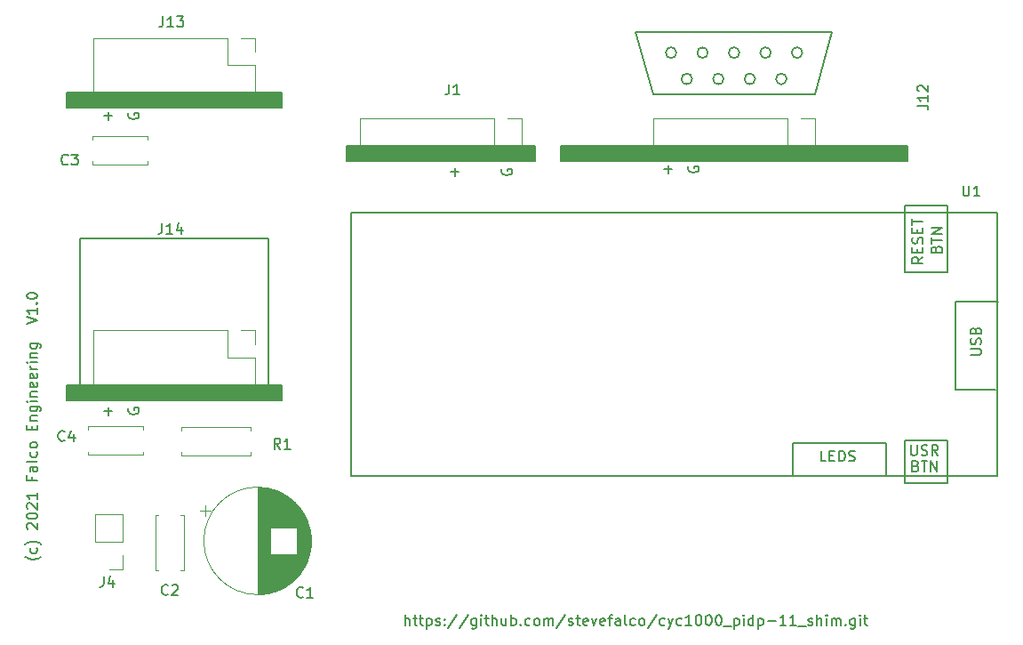
<source format=gto>
G04 #@! TF.GenerationSoftware,KiCad,Pcbnew,5.1.9-1.fc33*
G04 #@! TF.CreationDate,2021-01-30T14:56:45-05:00*
G04 #@! TF.ProjectId,cyc1000_pidp-11_shim,63796331-3030-4305-9f70-6964702d3131,1*
G04 #@! TF.SameCoordinates,Original*
G04 #@! TF.FileFunction,Legend,Top*
G04 #@! TF.FilePolarity,Positive*
%FSLAX46Y46*%
G04 Gerber Fmt 4.6, Leading zero omitted, Abs format (unit mm)*
G04 Created by KiCad (PCBNEW 5.1.9-1.fc33) date 2021-01-30 14:56:45*
%MOMM*%
%LPD*%
G01*
G04 APERTURE LIST*
%ADD10C,0.150000*%
%ADD11C,0.127000*%
%ADD12C,0.100000*%
%ADD13C,0.120000*%
G04 APERTURE END LIST*
D10*
X236997619Y-148662380D02*
X236997619Y-147662380D01*
X237426190Y-148662380D02*
X237426190Y-148138571D01*
X237378571Y-148043333D01*
X237283333Y-147995714D01*
X237140476Y-147995714D01*
X237045238Y-148043333D01*
X236997619Y-148090952D01*
X237759523Y-147995714D02*
X238140476Y-147995714D01*
X237902380Y-147662380D02*
X237902380Y-148519523D01*
X237950000Y-148614761D01*
X238045238Y-148662380D01*
X238140476Y-148662380D01*
X238330952Y-147995714D02*
X238711904Y-147995714D01*
X238473809Y-147662380D02*
X238473809Y-148519523D01*
X238521428Y-148614761D01*
X238616666Y-148662380D01*
X238711904Y-148662380D01*
X239045238Y-147995714D02*
X239045238Y-148995714D01*
X239045238Y-148043333D02*
X239140476Y-147995714D01*
X239330952Y-147995714D01*
X239426190Y-148043333D01*
X239473809Y-148090952D01*
X239521428Y-148186190D01*
X239521428Y-148471904D01*
X239473809Y-148567142D01*
X239426190Y-148614761D01*
X239330952Y-148662380D01*
X239140476Y-148662380D01*
X239045238Y-148614761D01*
X239902380Y-148614761D02*
X239997619Y-148662380D01*
X240188095Y-148662380D01*
X240283333Y-148614761D01*
X240330952Y-148519523D01*
X240330952Y-148471904D01*
X240283333Y-148376666D01*
X240188095Y-148329047D01*
X240045238Y-148329047D01*
X239950000Y-148281428D01*
X239902380Y-148186190D01*
X239902380Y-148138571D01*
X239950000Y-148043333D01*
X240045238Y-147995714D01*
X240188095Y-147995714D01*
X240283333Y-148043333D01*
X240759523Y-148567142D02*
X240807142Y-148614761D01*
X240759523Y-148662380D01*
X240711904Y-148614761D01*
X240759523Y-148567142D01*
X240759523Y-148662380D01*
X240759523Y-148043333D02*
X240807142Y-148090952D01*
X240759523Y-148138571D01*
X240711904Y-148090952D01*
X240759523Y-148043333D01*
X240759523Y-148138571D01*
X241950000Y-147614761D02*
X241092857Y-148900476D01*
X242997619Y-147614761D02*
X242140476Y-148900476D01*
X243759523Y-147995714D02*
X243759523Y-148805238D01*
X243711904Y-148900476D01*
X243664285Y-148948095D01*
X243569047Y-148995714D01*
X243426190Y-148995714D01*
X243330952Y-148948095D01*
X243759523Y-148614761D02*
X243664285Y-148662380D01*
X243473809Y-148662380D01*
X243378571Y-148614761D01*
X243330952Y-148567142D01*
X243283333Y-148471904D01*
X243283333Y-148186190D01*
X243330952Y-148090952D01*
X243378571Y-148043333D01*
X243473809Y-147995714D01*
X243664285Y-147995714D01*
X243759523Y-148043333D01*
X244235714Y-148662380D02*
X244235714Y-147995714D01*
X244235714Y-147662380D02*
X244188095Y-147710000D01*
X244235714Y-147757619D01*
X244283333Y-147710000D01*
X244235714Y-147662380D01*
X244235714Y-147757619D01*
X244569047Y-147995714D02*
X244950000Y-147995714D01*
X244711904Y-147662380D02*
X244711904Y-148519523D01*
X244759523Y-148614761D01*
X244854761Y-148662380D01*
X244950000Y-148662380D01*
X245283333Y-148662380D02*
X245283333Y-147662380D01*
X245711904Y-148662380D02*
X245711904Y-148138571D01*
X245664285Y-148043333D01*
X245569047Y-147995714D01*
X245426190Y-147995714D01*
X245330952Y-148043333D01*
X245283333Y-148090952D01*
X246616666Y-147995714D02*
X246616666Y-148662380D01*
X246188095Y-147995714D02*
X246188095Y-148519523D01*
X246235714Y-148614761D01*
X246330952Y-148662380D01*
X246473809Y-148662380D01*
X246569047Y-148614761D01*
X246616666Y-148567142D01*
X247092857Y-148662380D02*
X247092857Y-147662380D01*
X247092857Y-148043333D02*
X247188095Y-147995714D01*
X247378571Y-147995714D01*
X247473809Y-148043333D01*
X247521428Y-148090952D01*
X247569047Y-148186190D01*
X247569047Y-148471904D01*
X247521428Y-148567142D01*
X247473809Y-148614761D01*
X247378571Y-148662380D01*
X247188095Y-148662380D01*
X247092857Y-148614761D01*
X247997619Y-148567142D02*
X248045238Y-148614761D01*
X247997619Y-148662380D01*
X247950000Y-148614761D01*
X247997619Y-148567142D01*
X247997619Y-148662380D01*
X248902380Y-148614761D02*
X248807142Y-148662380D01*
X248616666Y-148662380D01*
X248521428Y-148614761D01*
X248473809Y-148567142D01*
X248426190Y-148471904D01*
X248426190Y-148186190D01*
X248473809Y-148090952D01*
X248521428Y-148043333D01*
X248616666Y-147995714D01*
X248807142Y-147995714D01*
X248902380Y-148043333D01*
X249473809Y-148662380D02*
X249378571Y-148614761D01*
X249330952Y-148567142D01*
X249283333Y-148471904D01*
X249283333Y-148186190D01*
X249330952Y-148090952D01*
X249378571Y-148043333D01*
X249473809Y-147995714D01*
X249616666Y-147995714D01*
X249711904Y-148043333D01*
X249759523Y-148090952D01*
X249807142Y-148186190D01*
X249807142Y-148471904D01*
X249759523Y-148567142D01*
X249711904Y-148614761D01*
X249616666Y-148662380D01*
X249473809Y-148662380D01*
X250235714Y-148662380D02*
X250235714Y-147995714D01*
X250235714Y-148090952D02*
X250283333Y-148043333D01*
X250378571Y-147995714D01*
X250521428Y-147995714D01*
X250616666Y-148043333D01*
X250664285Y-148138571D01*
X250664285Y-148662380D01*
X250664285Y-148138571D02*
X250711904Y-148043333D01*
X250807142Y-147995714D01*
X250950000Y-147995714D01*
X251045238Y-148043333D01*
X251092857Y-148138571D01*
X251092857Y-148662380D01*
X252283333Y-147614761D02*
X251426190Y-148900476D01*
X252569047Y-148614761D02*
X252664285Y-148662380D01*
X252854761Y-148662380D01*
X252950000Y-148614761D01*
X252997619Y-148519523D01*
X252997619Y-148471904D01*
X252950000Y-148376666D01*
X252854761Y-148329047D01*
X252711904Y-148329047D01*
X252616666Y-148281428D01*
X252569047Y-148186190D01*
X252569047Y-148138571D01*
X252616666Y-148043333D01*
X252711904Y-147995714D01*
X252854761Y-147995714D01*
X252950000Y-148043333D01*
X253283333Y-147995714D02*
X253664285Y-147995714D01*
X253426190Y-147662380D02*
X253426190Y-148519523D01*
X253473809Y-148614761D01*
X253569047Y-148662380D01*
X253664285Y-148662380D01*
X254378571Y-148614761D02*
X254283333Y-148662380D01*
X254092857Y-148662380D01*
X253997619Y-148614761D01*
X253950000Y-148519523D01*
X253950000Y-148138571D01*
X253997619Y-148043333D01*
X254092857Y-147995714D01*
X254283333Y-147995714D01*
X254378571Y-148043333D01*
X254426190Y-148138571D01*
X254426190Y-148233809D01*
X253950000Y-148329047D01*
X254759523Y-147995714D02*
X254997619Y-148662380D01*
X255235714Y-147995714D01*
X255997619Y-148614761D02*
X255902380Y-148662380D01*
X255711904Y-148662380D01*
X255616666Y-148614761D01*
X255569047Y-148519523D01*
X255569047Y-148138571D01*
X255616666Y-148043333D01*
X255711904Y-147995714D01*
X255902380Y-147995714D01*
X255997619Y-148043333D01*
X256045238Y-148138571D01*
X256045238Y-148233809D01*
X255569047Y-148329047D01*
X256330952Y-147995714D02*
X256711904Y-147995714D01*
X256473809Y-148662380D02*
X256473809Y-147805238D01*
X256521428Y-147710000D01*
X256616666Y-147662380D01*
X256711904Y-147662380D01*
X257473809Y-148662380D02*
X257473809Y-148138571D01*
X257426190Y-148043333D01*
X257330952Y-147995714D01*
X257140476Y-147995714D01*
X257045238Y-148043333D01*
X257473809Y-148614761D02*
X257378571Y-148662380D01*
X257140476Y-148662380D01*
X257045238Y-148614761D01*
X256997619Y-148519523D01*
X256997619Y-148424285D01*
X257045238Y-148329047D01*
X257140476Y-148281428D01*
X257378571Y-148281428D01*
X257473809Y-148233809D01*
X258092857Y-148662380D02*
X257997619Y-148614761D01*
X257950000Y-148519523D01*
X257950000Y-147662380D01*
X258902380Y-148614761D02*
X258807142Y-148662380D01*
X258616666Y-148662380D01*
X258521428Y-148614761D01*
X258473809Y-148567142D01*
X258426190Y-148471904D01*
X258426190Y-148186190D01*
X258473809Y-148090952D01*
X258521428Y-148043333D01*
X258616666Y-147995714D01*
X258807142Y-147995714D01*
X258902380Y-148043333D01*
X259473809Y-148662380D02*
X259378571Y-148614761D01*
X259330952Y-148567142D01*
X259283333Y-148471904D01*
X259283333Y-148186190D01*
X259330952Y-148090952D01*
X259378571Y-148043333D01*
X259473809Y-147995714D01*
X259616666Y-147995714D01*
X259711904Y-148043333D01*
X259759523Y-148090952D01*
X259807142Y-148186190D01*
X259807142Y-148471904D01*
X259759523Y-148567142D01*
X259711904Y-148614761D01*
X259616666Y-148662380D01*
X259473809Y-148662380D01*
X260950000Y-147614761D02*
X260092857Y-148900476D01*
X261711904Y-148614761D02*
X261616666Y-148662380D01*
X261426190Y-148662380D01*
X261330952Y-148614761D01*
X261283333Y-148567142D01*
X261235714Y-148471904D01*
X261235714Y-148186190D01*
X261283333Y-148090952D01*
X261330952Y-148043333D01*
X261426190Y-147995714D01*
X261616666Y-147995714D01*
X261711904Y-148043333D01*
X262045238Y-147995714D02*
X262283333Y-148662380D01*
X262521428Y-147995714D02*
X262283333Y-148662380D01*
X262188095Y-148900476D01*
X262140476Y-148948095D01*
X262045238Y-148995714D01*
X263330952Y-148614761D02*
X263235714Y-148662380D01*
X263045238Y-148662380D01*
X262950000Y-148614761D01*
X262902380Y-148567142D01*
X262854761Y-148471904D01*
X262854761Y-148186190D01*
X262902380Y-148090952D01*
X262950000Y-148043333D01*
X263045238Y-147995714D01*
X263235714Y-147995714D01*
X263330952Y-148043333D01*
X264283333Y-148662380D02*
X263711904Y-148662380D01*
X263997619Y-148662380D02*
X263997619Y-147662380D01*
X263902380Y-147805238D01*
X263807142Y-147900476D01*
X263711904Y-147948095D01*
X264902380Y-147662380D02*
X264997619Y-147662380D01*
X265092857Y-147710000D01*
X265140476Y-147757619D01*
X265188095Y-147852857D01*
X265235714Y-148043333D01*
X265235714Y-148281428D01*
X265188095Y-148471904D01*
X265140476Y-148567142D01*
X265092857Y-148614761D01*
X264997619Y-148662380D01*
X264902380Y-148662380D01*
X264807142Y-148614761D01*
X264759523Y-148567142D01*
X264711904Y-148471904D01*
X264664285Y-148281428D01*
X264664285Y-148043333D01*
X264711904Y-147852857D01*
X264759523Y-147757619D01*
X264807142Y-147710000D01*
X264902380Y-147662380D01*
X265854761Y-147662380D02*
X265950000Y-147662380D01*
X266045238Y-147710000D01*
X266092857Y-147757619D01*
X266140476Y-147852857D01*
X266188095Y-148043333D01*
X266188095Y-148281428D01*
X266140476Y-148471904D01*
X266092857Y-148567142D01*
X266045238Y-148614761D01*
X265950000Y-148662380D01*
X265854761Y-148662380D01*
X265759523Y-148614761D01*
X265711904Y-148567142D01*
X265664285Y-148471904D01*
X265616666Y-148281428D01*
X265616666Y-148043333D01*
X265664285Y-147852857D01*
X265711904Y-147757619D01*
X265759523Y-147710000D01*
X265854761Y-147662380D01*
X266807142Y-147662380D02*
X266902380Y-147662380D01*
X266997619Y-147710000D01*
X267045238Y-147757619D01*
X267092857Y-147852857D01*
X267140476Y-148043333D01*
X267140476Y-148281428D01*
X267092857Y-148471904D01*
X267045238Y-148567142D01*
X266997619Y-148614761D01*
X266902380Y-148662380D01*
X266807142Y-148662380D01*
X266711904Y-148614761D01*
X266664285Y-148567142D01*
X266616666Y-148471904D01*
X266569047Y-148281428D01*
X266569047Y-148043333D01*
X266616666Y-147852857D01*
X266664285Y-147757619D01*
X266711904Y-147710000D01*
X266807142Y-147662380D01*
X267330952Y-148757619D02*
X268092857Y-148757619D01*
X268330952Y-147995714D02*
X268330952Y-148995714D01*
X268330952Y-148043333D02*
X268426190Y-147995714D01*
X268616666Y-147995714D01*
X268711904Y-148043333D01*
X268759523Y-148090952D01*
X268807142Y-148186190D01*
X268807142Y-148471904D01*
X268759523Y-148567142D01*
X268711904Y-148614761D01*
X268616666Y-148662380D01*
X268426190Y-148662380D01*
X268330952Y-148614761D01*
X269235714Y-148662380D02*
X269235714Y-147995714D01*
X269235714Y-147662380D02*
X269188095Y-147710000D01*
X269235714Y-147757619D01*
X269283333Y-147710000D01*
X269235714Y-147662380D01*
X269235714Y-147757619D01*
X270140476Y-148662380D02*
X270140476Y-147662380D01*
X270140476Y-148614761D02*
X270045238Y-148662380D01*
X269854761Y-148662380D01*
X269759523Y-148614761D01*
X269711904Y-148567142D01*
X269664285Y-148471904D01*
X269664285Y-148186190D01*
X269711904Y-148090952D01*
X269759523Y-148043333D01*
X269854761Y-147995714D01*
X270045238Y-147995714D01*
X270140476Y-148043333D01*
X270616666Y-147995714D02*
X270616666Y-148995714D01*
X270616666Y-148043333D02*
X270711904Y-147995714D01*
X270902380Y-147995714D01*
X270997619Y-148043333D01*
X271045238Y-148090952D01*
X271092857Y-148186190D01*
X271092857Y-148471904D01*
X271045238Y-148567142D01*
X270997619Y-148614761D01*
X270902380Y-148662380D01*
X270711904Y-148662380D01*
X270616666Y-148614761D01*
X271521428Y-148281428D02*
X272283333Y-148281428D01*
X273283333Y-148662380D02*
X272711904Y-148662380D01*
X272997619Y-148662380D02*
X272997619Y-147662380D01*
X272902380Y-147805238D01*
X272807142Y-147900476D01*
X272711904Y-147948095D01*
X274235714Y-148662380D02*
X273664285Y-148662380D01*
X273950000Y-148662380D02*
X273950000Y-147662380D01*
X273854761Y-147805238D01*
X273759523Y-147900476D01*
X273664285Y-147948095D01*
X274426190Y-148757619D02*
X275188095Y-148757619D01*
X275378571Y-148614761D02*
X275473809Y-148662380D01*
X275664285Y-148662380D01*
X275759523Y-148614761D01*
X275807142Y-148519523D01*
X275807142Y-148471904D01*
X275759523Y-148376666D01*
X275664285Y-148329047D01*
X275521428Y-148329047D01*
X275426190Y-148281428D01*
X275378571Y-148186190D01*
X275378571Y-148138571D01*
X275426190Y-148043333D01*
X275521428Y-147995714D01*
X275664285Y-147995714D01*
X275759523Y-148043333D01*
X276235714Y-148662380D02*
X276235714Y-147662380D01*
X276664285Y-148662380D02*
X276664285Y-148138571D01*
X276616666Y-148043333D01*
X276521428Y-147995714D01*
X276378571Y-147995714D01*
X276283333Y-148043333D01*
X276235714Y-148090952D01*
X277140476Y-148662380D02*
X277140476Y-147995714D01*
X277140476Y-147662380D02*
X277092857Y-147710000D01*
X277140476Y-147757619D01*
X277188095Y-147710000D01*
X277140476Y-147662380D01*
X277140476Y-147757619D01*
X277616666Y-148662380D02*
X277616666Y-147995714D01*
X277616666Y-148090952D02*
X277664285Y-148043333D01*
X277759523Y-147995714D01*
X277902380Y-147995714D01*
X277997619Y-148043333D01*
X278045238Y-148138571D01*
X278045238Y-148662380D01*
X278045238Y-148138571D02*
X278092857Y-148043333D01*
X278188095Y-147995714D01*
X278330952Y-147995714D01*
X278426190Y-148043333D01*
X278473809Y-148138571D01*
X278473809Y-148662380D01*
X278950000Y-148567142D02*
X278997619Y-148614761D01*
X278950000Y-148662380D01*
X278902380Y-148614761D01*
X278950000Y-148567142D01*
X278950000Y-148662380D01*
X279854761Y-147995714D02*
X279854761Y-148805238D01*
X279807142Y-148900476D01*
X279759523Y-148948095D01*
X279664285Y-148995714D01*
X279521428Y-148995714D01*
X279426190Y-148948095D01*
X279854761Y-148614761D02*
X279759523Y-148662380D01*
X279569047Y-148662380D01*
X279473809Y-148614761D01*
X279426190Y-148567142D01*
X279378571Y-148471904D01*
X279378571Y-148186190D01*
X279426190Y-148090952D01*
X279473809Y-148043333D01*
X279569047Y-147995714D01*
X279759523Y-147995714D01*
X279854761Y-148043333D01*
X280330952Y-148662380D02*
X280330952Y-147995714D01*
X280330952Y-147662380D02*
X280283333Y-147710000D01*
X280330952Y-147757619D01*
X280378571Y-147710000D01*
X280330952Y-147662380D01*
X280330952Y-147757619D01*
X280664285Y-147995714D02*
X281045238Y-147995714D01*
X280807142Y-147662380D02*
X280807142Y-148519523D01*
X280854761Y-148614761D01*
X280950000Y-148662380D01*
X281045238Y-148662380D01*
X202323333Y-142110952D02*
X202275714Y-142158571D01*
X202132857Y-142253809D01*
X202037619Y-142301428D01*
X201894761Y-142349047D01*
X201656666Y-142396666D01*
X201466190Y-142396666D01*
X201228095Y-142349047D01*
X201085238Y-142301428D01*
X200990000Y-142253809D01*
X200847142Y-142158571D01*
X200799523Y-142110952D01*
X201894761Y-141301428D02*
X201942380Y-141396666D01*
X201942380Y-141587142D01*
X201894761Y-141682380D01*
X201847142Y-141730000D01*
X201751904Y-141777619D01*
X201466190Y-141777619D01*
X201370952Y-141730000D01*
X201323333Y-141682380D01*
X201275714Y-141587142D01*
X201275714Y-141396666D01*
X201323333Y-141301428D01*
X202323333Y-140968095D02*
X202275714Y-140920476D01*
X202132857Y-140825238D01*
X202037619Y-140777619D01*
X201894761Y-140730000D01*
X201656666Y-140682380D01*
X201466190Y-140682380D01*
X201228095Y-140730000D01*
X201085238Y-140777619D01*
X200990000Y-140825238D01*
X200847142Y-140920476D01*
X200799523Y-140968095D01*
X201037619Y-139491904D02*
X200990000Y-139444285D01*
X200942380Y-139349047D01*
X200942380Y-139110952D01*
X200990000Y-139015714D01*
X201037619Y-138968095D01*
X201132857Y-138920476D01*
X201228095Y-138920476D01*
X201370952Y-138968095D01*
X201942380Y-139539523D01*
X201942380Y-138920476D01*
X200942380Y-138301428D02*
X200942380Y-138206190D01*
X200990000Y-138110952D01*
X201037619Y-138063333D01*
X201132857Y-138015714D01*
X201323333Y-137968095D01*
X201561428Y-137968095D01*
X201751904Y-138015714D01*
X201847142Y-138063333D01*
X201894761Y-138110952D01*
X201942380Y-138206190D01*
X201942380Y-138301428D01*
X201894761Y-138396666D01*
X201847142Y-138444285D01*
X201751904Y-138491904D01*
X201561428Y-138539523D01*
X201323333Y-138539523D01*
X201132857Y-138491904D01*
X201037619Y-138444285D01*
X200990000Y-138396666D01*
X200942380Y-138301428D01*
X201037619Y-137587142D02*
X200990000Y-137539523D01*
X200942380Y-137444285D01*
X200942380Y-137206190D01*
X200990000Y-137110952D01*
X201037619Y-137063333D01*
X201132857Y-137015714D01*
X201228095Y-137015714D01*
X201370952Y-137063333D01*
X201942380Y-137634761D01*
X201942380Y-137015714D01*
X201942380Y-136063333D02*
X201942380Y-136634761D01*
X201942380Y-136349047D02*
X200942380Y-136349047D01*
X201085238Y-136444285D01*
X201180476Y-136539523D01*
X201228095Y-136634761D01*
X201418571Y-134539523D02*
X201418571Y-134872857D01*
X201942380Y-134872857D02*
X200942380Y-134872857D01*
X200942380Y-134396666D01*
X201942380Y-133587142D02*
X201418571Y-133587142D01*
X201323333Y-133634761D01*
X201275714Y-133730000D01*
X201275714Y-133920476D01*
X201323333Y-134015714D01*
X201894761Y-133587142D02*
X201942380Y-133682380D01*
X201942380Y-133920476D01*
X201894761Y-134015714D01*
X201799523Y-134063333D01*
X201704285Y-134063333D01*
X201609047Y-134015714D01*
X201561428Y-133920476D01*
X201561428Y-133682380D01*
X201513809Y-133587142D01*
X201942380Y-132968095D02*
X201894761Y-133063333D01*
X201799523Y-133110952D01*
X200942380Y-133110952D01*
X201894761Y-132158571D02*
X201942380Y-132253809D01*
X201942380Y-132444285D01*
X201894761Y-132539523D01*
X201847142Y-132587142D01*
X201751904Y-132634761D01*
X201466190Y-132634761D01*
X201370952Y-132587142D01*
X201323333Y-132539523D01*
X201275714Y-132444285D01*
X201275714Y-132253809D01*
X201323333Y-132158571D01*
X201942380Y-131587142D02*
X201894761Y-131682380D01*
X201847142Y-131730000D01*
X201751904Y-131777619D01*
X201466190Y-131777619D01*
X201370952Y-131730000D01*
X201323333Y-131682380D01*
X201275714Y-131587142D01*
X201275714Y-131444285D01*
X201323333Y-131349047D01*
X201370952Y-131301428D01*
X201466190Y-131253809D01*
X201751904Y-131253809D01*
X201847142Y-131301428D01*
X201894761Y-131349047D01*
X201942380Y-131444285D01*
X201942380Y-131587142D01*
X201418571Y-130063333D02*
X201418571Y-129730000D01*
X201942380Y-129587142D02*
X201942380Y-130063333D01*
X200942380Y-130063333D01*
X200942380Y-129587142D01*
X201275714Y-129158571D02*
X201942380Y-129158571D01*
X201370952Y-129158571D02*
X201323333Y-129110952D01*
X201275714Y-129015714D01*
X201275714Y-128872857D01*
X201323333Y-128777619D01*
X201418571Y-128730000D01*
X201942380Y-128730000D01*
X201275714Y-127825238D02*
X202085238Y-127825238D01*
X202180476Y-127872857D01*
X202228095Y-127920476D01*
X202275714Y-128015714D01*
X202275714Y-128158571D01*
X202228095Y-128253809D01*
X201894761Y-127825238D02*
X201942380Y-127920476D01*
X201942380Y-128110952D01*
X201894761Y-128206190D01*
X201847142Y-128253809D01*
X201751904Y-128301428D01*
X201466190Y-128301428D01*
X201370952Y-128253809D01*
X201323333Y-128206190D01*
X201275714Y-128110952D01*
X201275714Y-127920476D01*
X201323333Y-127825238D01*
X201942380Y-127349047D02*
X201275714Y-127349047D01*
X200942380Y-127349047D02*
X200990000Y-127396666D01*
X201037619Y-127349047D01*
X200990000Y-127301428D01*
X200942380Y-127349047D01*
X201037619Y-127349047D01*
X201275714Y-126872857D02*
X201942380Y-126872857D01*
X201370952Y-126872857D02*
X201323333Y-126825238D01*
X201275714Y-126730000D01*
X201275714Y-126587142D01*
X201323333Y-126491904D01*
X201418571Y-126444285D01*
X201942380Y-126444285D01*
X201894761Y-125587142D02*
X201942380Y-125682380D01*
X201942380Y-125872857D01*
X201894761Y-125968095D01*
X201799523Y-126015714D01*
X201418571Y-126015714D01*
X201323333Y-125968095D01*
X201275714Y-125872857D01*
X201275714Y-125682380D01*
X201323333Y-125587142D01*
X201418571Y-125539523D01*
X201513809Y-125539523D01*
X201609047Y-126015714D01*
X201894761Y-124730000D02*
X201942380Y-124825238D01*
X201942380Y-125015714D01*
X201894761Y-125110952D01*
X201799523Y-125158571D01*
X201418571Y-125158571D01*
X201323333Y-125110952D01*
X201275714Y-125015714D01*
X201275714Y-124825238D01*
X201323333Y-124730000D01*
X201418571Y-124682380D01*
X201513809Y-124682380D01*
X201609047Y-125158571D01*
X201942380Y-124253809D02*
X201275714Y-124253809D01*
X201466190Y-124253809D02*
X201370952Y-124206190D01*
X201323333Y-124158571D01*
X201275714Y-124063333D01*
X201275714Y-123968095D01*
X201942380Y-123634761D02*
X201275714Y-123634761D01*
X200942380Y-123634761D02*
X200990000Y-123682380D01*
X201037619Y-123634761D01*
X200990000Y-123587142D01*
X200942380Y-123634761D01*
X201037619Y-123634761D01*
X201275714Y-123158571D02*
X201942380Y-123158571D01*
X201370952Y-123158571D02*
X201323333Y-123110952D01*
X201275714Y-123015714D01*
X201275714Y-122872857D01*
X201323333Y-122777619D01*
X201418571Y-122730000D01*
X201942380Y-122730000D01*
X201275714Y-121825238D02*
X202085238Y-121825238D01*
X202180476Y-121872857D01*
X202228095Y-121920476D01*
X202275714Y-122015714D01*
X202275714Y-122158571D01*
X202228095Y-122253809D01*
X201894761Y-121825238D02*
X201942380Y-121920476D01*
X201942380Y-122110952D01*
X201894761Y-122206190D01*
X201847142Y-122253809D01*
X201751904Y-122301428D01*
X201466190Y-122301428D01*
X201370952Y-122253809D01*
X201323333Y-122206190D01*
X201275714Y-122110952D01*
X201275714Y-121920476D01*
X201323333Y-121825238D01*
X200942380Y-119968095D02*
X201942380Y-119634761D01*
X200942380Y-119301428D01*
X201942380Y-118444285D02*
X201942380Y-119015714D01*
X201942380Y-118730000D02*
X200942380Y-118730000D01*
X201085238Y-118825238D01*
X201180476Y-118920476D01*
X201228095Y-119015714D01*
X201847142Y-118015714D02*
X201894761Y-117968095D01*
X201942380Y-118015714D01*
X201894761Y-118063333D01*
X201847142Y-118015714D01*
X201942380Y-118015714D01*
X200942380Y-117349047D02*
X200942380Y-117253809D01*
X200990000Y-117158571D01*
X201037619Y-117110952D01*
X201132857Y-117063333D01*
X201323333Y-117015714D01*
X201561428Y-117015714D01*
X201751904Y-117063333D01*
X201847142Y-117110952D01*
X201894761Y-117158571D01*
X201942380Y-117253809D01*
X201942380Y-117349047D01*
X201894761Y-117444285D01*
X201847142Y-117491904D01*
X201751904Y-117539523D01*
X201561428Y-117587142D01*
X201323333Y-117587142D01*
X201132857Y-117539523D01*
X201037619Y-117491904D01*
X200990000Y-117444285D01*
X200942380Y-117349047D01*
D11*
X231876966Y-109419094D02*
X293370366Y-109419094D01*
X231876966Y-134419552D02*
X231876966Y-109419094D01*
X293370366Y-134419552D02*
X231876966Y-134419552D01*
X293370366Y-109419094D02*
X293370366Y-134432252D01*
X293446566Y-117851894D02*
X289382566Y-117851894D01*
X289382566Y-117851894D02*
X289382566Y-126233894D01*
X289382566Y-126233894D02*
X293192566Y-126233894D01*
X284556566Y-135123894D02*
X288620566Y-135123894D01*
X288620566Y-135123894D02*
X288620566Y-131059894D01*
X288620566Y-131059894D02*
X284556566Y-131059894D01*
X284556566Y-131059894D02*
X284556566Y-135123894D01*
X288620566Y-108707894D02*
X284556566Y-108707894D01*
X284556566Y-108707894D02*
X284556566Y-115057894D01*
X284556566Y-115057894D02*
X288620566Y-115057894D01*
X288620566Y-115057894D02*
X288620566Y-108707894D01*
X282778566Y-134361894D02*
X282778566Y-131313894D01*
X282778566Y-131313894D02*
X273888566Y-131313894D01*
X273888566Y-131313894D02*
X273888566Y-134361894D01*
D12*
G36*
X251830000Y-104482500D02*
G01*
X251830000Y-103030000D01*
X284830000Y-103030000D01*
X284830000Y-104482500D01*
X251830000Y-104482500D01*
G37*
X251830000Y-104482500D02*
X251830000Y-103030000D01*
X284830000Y-103030000D01*
X284830000Y-104482500D01*
X251830000Y-104482500D01*
D11*
X264338000Y-96660000D02*
G75*
G03*
X264338000Y-96660000I-508000J0D01*
G01*
X267338000Y-96660000D02*
G75*
G03*
X267338000Y-96660000I-508000J0D01*
G01*
X270338000Y-96660000D02*
G75*
G03*
X270338000Y-96660000I-508000J0D01*
G01*
X273338000Y-96660000D02*
G75*
G03*
X273338000Y-96660000I-508000J0D01*
G01*
X262838000Y-94160000D02*
G75*
G03*
X262838000Y-94160000I-508000J0D01*
G01*
X265838000Y-94160000D02*
G75*
G03*
X265838000Y-94160000I-508000J0D01*
G01*
X268838000Y-94160000D02*
G75*
G03*
X268838000Y-94160000I-508000J0D01*
G01*
X271838000Y-94160000D02*
G75*
G03*
X271838000Y-94160000I-508000J0D01*
G01*
X274838000Y-94160000D02*
G75*
G03*
X274838000Y-94160000I-508000J0D01*
G01*
X277680000Y-92160000D02*
X276010000Y-98160000D01*
X258980000Y-92160000D02*
X260650000Y-98160000D01*
X276010000Y-98160000D02*
X260650000Y-98160000D01*
X277680000Y-92160000D02*
X258980000Y-92160000D01*
X251830000Y-103030000D02*
X251830000Y-104482500D01*
X284830000Y-103030000D02*
X284830000Y-104482500D01*
X284830000Y-103030000D02*
X251830000Y-103030000D01*
X284830000Y-104482500D02*
X251830000Y-104482500D01*
D13*
X260650000Y-100370000D02*
X260650000Y-103030000D01*
X273410000Y-100370000D02*
X260650000Y-100370000D01*
X276010000Y-103030000D02*
X260650000Y-103030000D01*
X273410000Y-100370000D02*
X273410000Y-102970000D01*
X273410000Y-102970000D02*
X276010000Y-102970000D01*
X276010000Y-100430000D02*
X276010000Y-103030000D01*
X274680000Y-100370000D02*
X276010000Y-100370000D01*
X276010000Y-100370000D02*
X276010000Y-101700000D01*
X222670000Y-120590000D02*
X222670000Y-121920000D01*
X221340000Y-120590000D02*
X222670000Y-120590000D01*
X222670000Y-123190000D02*
X222670000Y-125790000D01*
X220070000Y-123190000D02*
X222670000Y-123190000D01*
X220070000Y-120590000D02*
X220070000Y-123190000D01*
X222670000Y-125790000D02*
X207310000Y-125790000D01*
X220070000Y-120590000D02*
X207310000Y-120590000D01*
X207310000Y-120590000D02*
X207310000Y-125790000D01*
D11*
X225240000Y-127242500D02*
X204740000Y-127242500D01*
X225240000Y-125790000D02*
X204740000Y-125790000D01*
X225240000Y-125790000D02*
X225240000Y-127242500D01*
X204740000Y-125790000D02*
X204740000Y-127242500D01*
D12*
G36*
X204740000Y-127242500D02*
G01*
X204740000Y-125790000D01*
X225240000Y-125790000D01*
X225240000Y-127242500D01*
X204740000Y-127242500D01*
G37*
X204740000Y-127242500D02*
X204740000Y-125790000D01*
X225240000Y-125790000D01*
X225240000Y-127242500D01*
X204740000Y-127242500D01*
D11*
X223990000Y-111842500D02*
X205990000Y-111842500D01*
X223990000Y-111842500D02*
X223990000Y-125692500D01*
X205990000Y-111842500D02*
X205990000Y-125692500D01*
D13*
X228060000Y-140620000D02*
G75*
G03*
X228060000Y-140620000I-5120000J0D01*
G01*
X222940000Y-135540000D02*
X222940000Y-145700000D01*
X222980000Y-135540000D02*
X222980000Y-145700000D01*
X223020000Y-135540000D02*
X223020000Y-145700000D01*
X223060000Y-135541000D02*
X223060000Y-145699000D01*
X223100000Y-135542000D02*
X223100000Y-145698000D01*
X223140000Y-135543000D02*
X223140000Y-145697000D01*
X223180000Y-135545000D02*
X223180000Y-145695000D01*
X223220000Y-135547000D02*
X223220000Y-145693000D01*
X223260000Y-135550000D02*
X223260000Y-145690000D01*
X223300000Y-135552000D02*
X223300000Y-145688000D01*
X223340000Y-135555000D02*
X223340000Y-145685000D01*
X223380000Y-135558000D02*
X223380000Y-145682000D01*
X223420000Y-135562000D02*
X223420000Y-145678000D01*
X223460000Y-135566000D02*
X223460000Y-145674000D01*
X223500000Y-135570000D02*
X223500000Y-145670000D01*
X223540000Y-135575000D02*
X223540000Y-145665000D01*
X223580000Y-135580000D02*
X223580000Y-145660000D01*
X223620000Y-135585000D02*
X223620000Y-145655000D01*
X223661000Y-135590000D02*
X223661000Y-145650000D01*
X223701000Y-135596000D02*
X223701000Y-145644000D01*
X223741000Y-135602000D02*
X223741000Y-145638000D01*
X223781000Y-135609000D02*
X223781000Y-145631000D01*
X223821000Y-135616000D02*
X223821000Y-145624000D01*
X223861000Y-135623000D02*
X223861000Y-145617000D01*
X223901000Y-135630000D02*
X223901000Y-145610000D01*
X223941000Y-135638000D02*
X223941000Y-145602000D01*
X223981000Y-135646000D02*
X223981000Y-145594000D01*
X224021000Y-135655000D02*
X224021000Y-145585000D01*
X224061000Y-135664000D02*
X224061000Y-145576000D01*
X224101000Y-135673000D02*
X224101000Y-145567000D01*
X224141000Y-135682000D02*
X224141000Y-145558000D01*
X224181000Y-135692000D02*
X224181000Y-145548000D01*
X224221000Y-135702000D02*
X224221000Y-139379000D01*
X224221000Y-141861000D02*
X224221000Y-145538000D01*
X224261000Y-135713000D02*
X224261000Y-139379000D01*
X224261000Y-141861000D02*
X224261000Y-145527000D01*
X224301000Y-135723000D02*
X224301000Y-139379000D01*
X224301000Y-141861000D02*
X224301000Y-145517000D01*
X224341000Y-135735000D02*
X224341000Y-139379000D01*
X224341000Y-141861000D02*
X224341000Y-145505000D01*
X224381000Y-135746000D02*
X224381000Y-139379000D01*
X224381000Y-141861000D02*
X224381000Y-145494000D01*
X224421000Y-135758000D02*
X224421000Y-139379000D01*
X224421000Y-141861000D02*
X224421000Y-145482000D01*
X224461000Y-135770000D02*
X224461000Y-139379000D01*
X224461000Y-141861000D02*
X224461000Y-145470000D01*
X224501000Y-135783000D02*
X224501000Y-139379000D01*
X224501000Y-141861000D02*
X224501000Y-145457000D01*
X224541000Y-135796000D02*
X224541000Y-139379000D01*
X224541000Y-141861000D02*
X224541000Y-145444000D01*
X224581000Y-135809000D02*
X224581000Y-139379000D01*
X224581000Y-141861000D02*
X224581000Y-145431000D01*
X224621000Y-135823000D02*
X224621000Y-139379000D01*
X224621000Y-141861000D02*
X224621000Y-145417000D01*
X224661000Y-135837000D02*
X224661000Y-139379000D01*
X224661000Y-141861000D02*
X224661000Y-145403000D01*
X224701000Y-135852000D02*
X224701000Y-139379000D01*
X224701000Y-141861000D02*
X224701000Y-145388000D01*
X224741000Y-135866000D02*
X224741000Y-139379000D01*
X224741000Y-141861000D02*
X224741000Y-145374000D01*
X224781000Y-135882000D02*
X224781000Y-139379000D01*
X224781000Y-141861000D02*
X224781000Y-145358000D01*
X224821000Y-135897000D02*
X224821000Y-139379000D01*
X224821000Y-141861000D02*
X224821000Y-145343000D01*
X224861000Y-135913000D02*
X224861000Y-139379000D01*
X224861000Y-141861000D02*
X224861000Y-145327000D01*
X224901000Y-135930000D02*
X224901000Y-139379000D01*
X224901000Y-141861000D02*
X224901000Y-145310000D01*
X224941000Y-135946000D02*
X224941000Y-139379000D01*
X224941000Y-141861000D02*
X224941000Y-145294000D01*
X224981000Y-135963000D02*
X224981000Y-139379000D01*
X224981000Y-141861000D02*
X224981000Y-145277000D01*
X225021000Y-135981000D02*
X225021000Y-139379000D01*
X225021000Y-141861000D02*
X225021000Y-145259000D01*
X225061000Y-135999000D02*
X225061000Y-139379000D01*
X225061000Y-141861000D02*
X225061000Y-145241000D01*
X225101000Y-136017000D02*
X225101000Y-139379000D01*
X225101000Y-141861000D02*
X225101000Y-145223000D01*
X225141000Y-136036000D02*
X225141000Y-139379000D01*
X225141000Y-141861000D02*
X225141000Y-145204000D01*
X225181000Y-136056000D02*
X225181000Y-139379000D01*
X225181000Y-141861000D02*
X225181000Y-145184000D01*
X225221000Y-136075000D02*
X225221000Y-139379000D01*
X225221000Y-141861000D02*
X225221000Y-145165000D01*
X225261000Y-136095000D02*
X225261000Y-139379000D01*
X225261000Y-141861000D02*
X225261000Y-145145000D01*
X225301000Y-136116000D02*
X225301000Y-139379000D01*
X225301000Y-141861000D02*
X225301000Y-145124000D01*
X225341000Y-136137000D02*
X225341000Y-139379000D01*
X225341000Y-141861000D02*
X225341000Y-145103000D01*
X225381000Y-136158000D02*
X225381000Y-139379000D01*
X225381000Y-141861000D02*
X225381000Y-145082000D01*
X225421000Y-136180000D02*
X225421000Y-139379000D01*
X225421000Y-141861000D02*
X225421000Y-145060000D01*
X225461000Y-136203000D02*
X225461000Y-139379000D01*
X225461000Y-141861000D02*
X225461000Y-145037000D01*
X225501000Y-136225000D02*
X225501000Y-139379000D01*
X225501000Y-141861000D02*
X225501000Y-145015000D01*
X225541000Y-136249000D02*
X225541000Y-139379000D01*
X225541000Y-141861000D02*
X225541000Y-144991000D01*
X225581000Y-136273000D02*
X225581000Y-139379000D01*
X225581000Y-141861000D02*
X225581000Y-144967000D01*
X225621000Y-136297000D02*
X225621000Y-139379000D01*
X225621000Y-141861000D02*
X225621000Y-144943000D01*
X225661000Y-136322000D02*
X225661000Y-139379000D01*
X225661000Y-141861000D02*
X225661000Y-144918000D01*
X225701000Y-136347000D02*
X225701000Y-139379000D01*
X225701000Y-141861000D02*
X225701000Y-144893000D01*
X225741000Y-136373000D02*
X225741000Y-139379000D01*
X225741000Y-141861000D02*
X225741000Y-144867000D01*
X225781000Y-136399000D02*
X225781000Y-139379000D01*
X225781000Y-141861000D02*
X225781000Y-144841000D01*
X225821000Y-136426000D02*
X225821000Y-139379000D01*
X225821000Y-141861000D02*
X225821000Y-144814000D01*
X225861000Y-136454000D02*
X225861000Y-139379000D01*
X225861000Y-141861000D02*
X225861000Y-144786000D01*
X225901000Y-136482000D02*
X225901000Y-139379000D01*
X225901000Y-141861000D02*
X225901000Y-144758000D01*
X225941000Y-136510000D02*
X225941000Y-139379000D01*
X225941000Y-141861000D02*
X225941000Y-144730000D01*
X225981000Y-136540000D02*
X225981000Y-139379000D01*
X225981000Y-141861000D02*
X225981000Y-144700000D01*
X226021000Y-136570000D02*
X226021000Y-139379000D01*
X226021000Y-141861000D02*
X226021000Y-144670000D01*
X226061000Y-136600000D02*
X226061000Y-139379000D01*
X226061000Y-141861000D02*
X226061000Y-144640000D01*
X226101000Y-136631000D02*
X226101000Y-139379000D01*
X226101000Y-141861000D02*
X226101000Y-144609000D01*
X226141000Y-136663000D02*
X226141000Y-139379000D01*
X226141000Y-141861000D02*
X226141000Y-144577000D01*
X226181000Y-136695000D02*
X226181000Y-139379000D01*
X226181000Y-141861000D02*
X226181000Y-144545000D01*
X226221000Y-136728000D02*
X226221000Y-139379000D01*
X226221000Y-141861000D02*
X226221000Y-144512000D01*
X226261000Y-136762000D02*
X226261000Y-139379000D01*
X226261000Y-141861000D02*
X226261000Y-144478000D01*
X226301000Y-136796000D02*
X226301000Y-139379000D01*
X226301000Y-141861000D02*
X226301000Y-144444000D01*
X226341000Y-136831000D02*
X226341000Y-139379000D01*
X226341000Y-141861000D02*
X226341000Y-144409000D01*
X226381000Y-136867000D02*
X226381000Y-139379000D01*
X226381000Y-141861000D02*
X226381000Y-144373000D01*
X226421000Y-136904000D02*
X226421000Y-139379000D01*
X226421000Y-141861000D02*
X226421000Y-144336000D01*
X226461000Y-136941000D02*
X226461000Y-139379000D01*
X226461000Y-141861000D02*
X226461000Y-144299000D01*
X226501000Y-136980000D02*
X226501000Y-139379000D01*
X226501000Y-141861000D02*
X226501000Y-144260000D01*
X226541000Y-137019000D02*
X226541000Y-139379000D01*
X226541000Y-141861000D02*
X226541000Y-144221000D01*
X226581000Y-137059000D02*
X226581000Y-139379000D01*
X226581000Y-141861000D02*
X226581000Y-144181000D01*
X226621000Y-137100000D02*
X226621000Y-139379000D01*
X226621000Y-141861000D02*
X226621000Y-144140000D01*
X226661000Y-137142000D02*
X226661000Y-139379000D01*
X226661000Y-141861000D02*
X226661000Y-144098000D01*
X226701000Y-137184000D02*
X226701000Y-144056000D01*
X226741000Y-137228000D02*
X226741000Y-144012000D01*
X226781000Y-137273000D02*
X226781000Y-143967000D01*
X226821000Y-137319000D02*
X226821000Y-143921000D01*
X226861000Y-137366000D02*
X226861000Y-143874000D01*
X226901000Y-137414000D02*
X226901000Y-143826000D01*
X226941000Y-137464000D02*
X226941000Y-143776000D01*
X226981000Y-137514000D02*
X226981000Y-143726000D01*
X227021000Y-137566000D02*
X227021000Y-143674000D01*
X227061000Y-137620000D02*
X227061000Y-143620000D01*
X227101000Y-137675000D02*
X227101000Y-143565000D01*
X227141000Y-137731000D02*
X227141000Y-143509000D01*
X227181000Y-137790000D02*
X227181000Y-143450000D01*
X227221000Y-137850000D02*
X227221000Y-143390000D01*
X227261000Y-137911000D02*
X227261000Y-143329000D01*
X227301000Y-137975000D02*
X227301000Y-143265000D01*
X227341000Y-138041000D02*
X227341000Y-143199000D01*
X227381000Y-138110000D02*
X227381000Y-143130000D01*
X227421000Y-138181000D02*
X227421000Y-143059000D01*
X227461000Y-138255000D02*
X227461000Y-142985000D01*
X227501000Y-138331000D02*
X227501000Y-142909000D01*
X227541000Y-138411000D02*
X227541000Y-142829000D01*
X227581000Y-138495000D02*
X227581000Y-142745000D01*
X227621000Y-138583000D02*
X227621000Y-142657000D01*
X227661000Y-138676000D02*
X227661000Y-142564000D01*
X227701000Y-138774000D02*
X227701000Y-142466000D01*
X227741000Y-138878000D02*
X227741000Y-142362000D01*
X227781000Y-138990000D02*
X227781000Y-142250000D01*
X227821000Y-139110000D02*
X227821000Y-142130000D01*
X227861000Y-139242000D02*
X227861000Y-141998000D01*
X227901000Y-139390000D02*
X227901000Y-141850000D01*
X227941000Y-139558000D02*
X227941000Y-141682000D01*
X227981000Y-139758000D02*
X227981000Y-141482000D01*
X228021000Y-140021000D02*
X228021000Y-141219000D01*
X217460354Y-137745000D02*
X218460354Y-137745000D01*
X217960354Y-137245000D02*
X217960354Y-138245000D01*
X213200000Y-143400000D02*
X213200000Y-138160000D01*
X215940000Y-143400000D02*
X215940000Y-138160000D01*
X213200000Y-143400000D02*
X213515000Y-143400000D01*
X215625000Y-143400000D02*
X215940000Y-143400000D01*
X213200000Y-138160000D02*
X213515000Y-138160000D01*
X215625000Y-138160000D02*
X215940000Y-138160000D01*
X210110000Y-138110000D02*
X207450000Y-138110000D01*
X210110000Y-140710000D02*
X210110000Y-138110000D01*
X207450000Y-140710000D02*
X207450000Y-138110000D01*
X210110000Y-140710000D02*
X207450000Y-140710000D01*
X210110000Y-141980000D02*
X210110000Y-143310000D01*
X210110000Y-143310000D02*
X208780000Y-143310000D01*
X222240000Y-132170000D02*
X222240000Y-132500000D01*
X222240000Y-132500000D02*
X215700000Y-132500000D01*
X215700000Y-132500000D02*
X215700000Y-132170000D01*
X222240000Y-130090000D02*
X222240000Y-129760000D01*
X222240000Y-129760000D02*
X215700000Y-129760000D01*
X215700000Y-129760000D02*
X215700000Y-130090000D01*
X222670000Y-92750000D02*
X222670000Y-94080000D01*
X221340000Y-92750000D02*
X222670000Y-92750000D01*
X222670000Y-95350000D02*
X222670000Y-97950000D01*
X220070000Y-95350000D02*
X222670000Y-95350000D01*
X220070000Y-92750000D02*
X220070000Y-95350000D01*
X222670000Y-97950000D02*
X207310000Y-97950000D01*
X220070000Y-92750000D02*
X207310000Y-92750000D01*
X207310000Y-92750000D02*
X207310000Y-97950000D01*
D11*
X225240000Y-99402500D02*
X204740000Y-99402500D01*
X225240000Y-97950000D02*
X204740000Y-97950000D01*
X225240000Y-97950000D02*
X225240000Y-99402500D01*
X204740000Y-97950000D02*
X204740000Y-99402500D01*
D12*
G36*
X204740000Y-99402500D02*
G01*
X204740000Y-97950000D01*
X225240000Y-97950000D01*
X225240000Y-99402500D01*
X204740000Y-99402500D01*
G37*
X204740000Y-99402500D02*
X204740000Y-97950000D01*
X225240000Y-97950000D01*
X225240000Y-99402500D01*
X204740000Y-99402500D01*
D13*
X248070000Y-100370000D02*
X248070000Y-101700000D01*
X246740000Y-100370000D02*
X248070000Y-100370000D01*
X248070000Y-100430000D02*
X248070000Y-103030000D01*
X245470000Y-102970000D02*
X248070000Y-102970000D01*
X245470000Y-100370000D02*
X245470000Y-102970000D01*
X248070000Y-103030000D02*
X232710000Y-103030000D01*
X245470000Y-100370000D02*
X232710000Y-100370000D01*
X232710000Y-100370000D02*
X232710000Y-103030000D01*
D11*
X249390000Y-104482500D02*
X231390000Y-104482500D01*
X249390000Y-103030000D02*
X231390000Y-103030000D01*
X249390000Y-103030000D02*
X249390000Y-104482500D01*
X231390000Y-103030000D02*
X231390000Y-104482500D01*
D12*
G36*
X231390000Y-104482500D02*
G01*
X231390000Y-103030000D01*
X249390000Y-103030000D01*
X249390000Y-104482500D01*
X231390000Y-104482500D01*
G37*
X231390000Y-104482500D02*
X231390000Y-103030000D01*
X249390000Y-103030000D01*
X249390000Y-104482500D01*
X231390000Y-104482500D01*
D13*
X207180000Y-102090000D02*
X212420000Y-102090000D01*
X207180000Y-104830000D02*
X212420000Y-104830000D01*
X207180000Y-102090000D02*
X207180000Y-102405000D01*
X207180000Y-104515000D02*
X207180000Y-104830000D01*
X212420000Y-102090000D02*
X212420000Y-102405000D01*
X212420000Y-104515000D02*
X212420000Y-104830000D01*
X212010000Y-132135000D02*
X212010000Y-132450000D01*
X212010000Y-129710000D02*
X212010000Y-130025000D01*
X206770000Y-132135000D02*
X206770000Y-132450000D01*
X206770000Y-129710000D02*
X206770000Y-130025000D01*
X206770000Y-132450000D02*
X212010000Y-132450000D01*
X206770000Y-129710000D02*
X212010000Y-129710000D01*
D10*
X290158095Y-106812380D02*
X290158095Y-107621904D01*
X290205714Y-107717142D01*
X290253333Y-107764761D01*
X290348571Y-107812380D01*
X290539047Y-107812380D01*
X290634285Y-107764761D01*
X290681904Y-107717142D01*
X290729523Y-107621904D01*
X290729523Y-106812380D01*
X291729523Y-107812380D02*
X291158095Y-107812380D01*
X291443809Y-107812380D02*
X291443809Y-106812380D01*
X291348571Y-106955238D01*
X291253333Y-107050476D01*
X291158095Y-107098095D01*
X277087518Y-133036274D02*
X276611327Y-133036274D01*
X276611327Y-132036274D01*
X277420851Y-132512465D02*
X277754185Y-132512465D01*
X277897042Y-133036274D02*
X277420851Y-133036274D01*
X277420851Y-132036274D01*
X277897042Y-132036274D01*
X278325613Y-133036274D02*
X278325613Y-132036274D01*
X278563708Y-132036274D01*
X278706566Y-132083894D01*
X278801804Y-132179132D01*
X278849423Y-132274370D01*
X278897042Y-132464846D01*
X278897042Y-132607703D01*
X278849423Y-132798179D01*
X278801804Y-132893417D01*
X278706566Y-132988655D01*
X278563708Y-133036274D01*
X278325613Y-133036274D01*
X279277994Y-132988655D02*
X279420851Y-133036274D01*
X279658946Y-133036274D01*
X279754185Y-132988655D01*
X279801804Y-132941036D01*
X279849423Y-132845798D01*
X279849423Y-132750560D01*
X279801804Y-132655322D01*
X279754185Y-132607703D01*
X279658946Y-132560084D01*
X279468470Y-132512465D01*
X279373232Y-132464846D01*
X279325613Y-132417227D01*
X279277994Y-132321989D01*
X279277994Y-132226751D01*
X279325613Y-132131513D01*
X279373232Y-132083894D01*
X279468470Y-132036274D01*
X279706566Y-132036274D01*
X279849423Y-132083894D01*
X287588571Y-112853333D02*
X287636190Y-112710476D01*
X287683809Y-112662857D01*
X287779047Y-112615238D01*
X287921904Y-112615238D01*
X288017142Y-112662857D01*
X288064761Y-112710476D01*
X288112380Y-112805714D01*
X288112380Y-113186666D01*
X287112380Y-113186666D01*
X287112380Y-112853333D01*
X287160000Y-112758095D01*
X287207619Y-112710476D01*
X287302857Y-112662857D01*
X287398095Y-112662857D01*
X287493333Y-112710476D01*
X287540952Y-112758095D01*
X287588571Y-112853333D01*
X287588571Y-113186666D01*
X287112380Y-112329523D02*
X287112380Y-111758095D01*
X288112380Y-112043809D02*
X287112380Y-112043809D01*
X288112380Y-111424761D02*
X287112380Y-111424761D01*
X288112380Y-110853333D01*
X287112380Y-110853333D01*
X286312380Y-113602380D02*
X285836190Y-113935714D01*
X286312380Y-114173809D02*
X285312380Y-114173809D01*
X285312380Y-113792857D01*
X285360000Y-113697619D01*
X285407619Y-113650000D01*
X285502857Y-113602380D01*
X285645714Y-113602380D01*
X285740952Y-113650000D01*
X285788571Y-113697619D01*
X285836190Y-113792857D01*
X285836190Y-114173809D01*
X285788571Y-113173809D02*
X285788571Y-112840476D01*
X286312380Y-112697619D02*
X286312380Y-113173809D01*
X285312380Y-113173809D01*
X285312380Y-112697619D01*
X286264761Y-112316666D02*
X286312380Y-112173809D01*
X286312380Y-111935714D01*
X286264761Y-111840476D01*
X286217142Y-111792857D01*
X286121904Y-111745238D01*
X286026666Y-111745238D01*
X285931428Y-111792857D01*
X285883809Y-111840476D01*
X285836190Y-111935714D01*
X285788571Y-112126190D01*
X285740952Y-112221428D01*
X285693333Y-112269047D01*
X285598095Y-112316666D01*
X285502857Y-112316666D01*
X285407619Y-112269047D01*
X285360000Y-112221428D01*
X285312380Y-112126190D01*
X285312380Y-111888095D01*
X285360000Y-111745238D01*
X285788571Y-111316666D02*
X285788571Y-110983333D01*
X286312380Y-110840476D02*
X286312380Y-111316666D01*
X285312380Y-111316666D01*
X285312380Y-110840476D01*
X285312380Y-110554761D02*
X285312380Y-109983333D01*
X286312380Y-110269047D02*
X285312380Y-110269047D01*
X285646666Y-133478571D02*
X285789523Y-133526190D01*
X285837142Y-133573809D01*
X285884761Y-133669047D01*
X285884761Y-133811904D01*
X285837142Y-133907142D01*
X285789523Y-133954761D01*
X285694285Y-134002380D01*
X285313333Y-134002380D01*
X285313333Y-133002380D01*
X285646666Y-133002380D01*
X285741904Y-133050000D01*
X285789523Y-133097619D01*
X285837142Y-133192857D01*
X285837142Y-133288095D01*
X285789523Y-133383333D01*
X285741904Y-133430952D01*
X285646666Y-133478571D01*
X285313333Y-133478571D01*
X286170476Y-133002380D02*
X286741904Y-133002380D01*
X286456190Y-134002380D02*
X286456190Y-133002380D01*
X287075238Y-134002380D02*
X287075238Y-133002380D01*
X287646666Y-134002380D01*
X287646666Y-133002380D01*
X285178095Y-131482380D02*
X285178095Y-132291904D01*
X285225714Y-132387142D01*
X285273333Y-132434761D01*
X285368571Y-132482380D01*
X285559047Y-132482380D01*
X285654285Y-132434761D01*
X285701904Y-132387142D01*
X285749523Y-132291904D01*
X285749523Y-131482380D01*
X286178095Y-132434761D02*
X286320952Y-132482380D01*
X286559047Y-132482380D01*
X286654285Y-132434761D01*
X286701904Y-132387142D01*
X286749523Y-132291904D01*
X286749523Y-132196666D01*
X286701904Y-132101428D01*
X286654285Y-132053809D01*
X286559047Y-132006190D01*
X286368571Y-131958571D01*
X286273333Y-131910952D01*
X286225714Y-131863333D01*
X286178095Y-131768095D01*
X286178095Y-131672857D01*
X286225714Y-131577619D01*
X286273333Y-131530000D01*
X286368571Y-131482380D01*
X286606666Y-131482380D01*
X286749523Y-131530000D01*
X287749523Y-132482380D02*
X287416190Y-132006190D01*
X287178095Y-132482380D02*
X287178095Y-131482380D01*
X287559047Y-131482380D01*
X287654285Y-131530000D01*
X287701904Y-131577619D01*
X287749523Y-131672857D01*
X287749523Y-131815714D01*
X287701904Y-131910952D01*
X287654285Y-131958571D01*
X287559047Y-132006190D01*
X287178095Y-132006190D01*
X290866946Y-122923798D02*
X291676470Y-122923798D01*
X291771708Y-122876179D01*
X291819327Y-122828560D01*
X291866946Y-122733322D01*
X291866946Y-122542846D01*
X291819327Y-122447608D01*
X291771708Y-122399989D01*
X291676470Y-122352370D01*
X290866946Y-122352370D01*
X291819327Y-121923798D02*
X291866946Y-121780941D01*
X291866946Y-121542846D01*
X291819327Y-121447608D01*
X291771708Y-121399989D01*
X291676470Y-121352370D01*
X291581232Y-121352370D01*
X291485994Y-121399989D01*
X291438375Y-121447608D01*
X291390756Y-121542846D01*
X291343137Y-121733322D01*
X291295518Y-121828560D01*
X291247899Y-121876179D01*
X291152661Y-121923798D01*
X291057423Y-121923798D01*
X290962185Y-121876179D01*
X290914566Y-121828560D01*
X290866946Y-121733322D01*
X290866946Y-121495227D01*
X290914566Y-121352370D01*
X291343137Y-120590465D02*
X291390756Y-120447608D01*
X291438375Y-120399989D01*
X291533613Y-120352370D01*
X291676470Y-120352370D01*
X291771708Y-120399989D01*
X291819327Y-120447608D01*
X291866946Y-120542846D01*
X291866946Y-120923798D01*
X290866946Y-120923798D01*
X290866946Y-120590465D01*
X290914566Y-120495227D01*
X290962185Y-120447608D01*
X291057423Y-120399989D01*
X291152661Y-120399989D01*
X291247899Y-120447608D01*
X291295518Y-120495227D01*
X291343137Y-120590465D01*
X291343137Y-120923798D01*
X285816380Y-99207523D02*
X286530666Y-99207523D01*
X286673523Y-99255142D01*
X286768761Y-99350380D01*
X286816380Y-99493238D01*
X286816380Y-99588476D01*
X286816380Y-98207523D02*
X286816380Y-98778952D01*
X286816380Y-98493238D02*
X285816380Y-98493238D01*
X285959238Y-98588476D01*
X286054476Y-98683714D01*
X286102095Y-98778952D01*
X285911619Y-97826571D02*
X285864000Y-97778952D01*
X285816380Y-97683714D01*
X285816380Y-97445619D01*
X285864000Y-97350380D01*
X285911619Y-97302761D01*
X286006857Y-97255142D01*
X286102095Y-97255142D01*
X286244952Y-97302761D01*
X286816380Y-97874190D01*
X286816380Y-97255142D01*
X262051428Y-105636952D02*
X262051428Y-104875047D01*
X262432380Y-105256000D02*
X261670476Y-105256000D01*
X264020000Y-104994095D02*
X263972380Y-105089333D01*
X263972380Y-105232190D01*
X264020000Y-105375047D01*
X264115238Y-105470285D01*
X264210476Y-105517904D01*
X264400952Y-105565523D01*
X264543809Y-105565523D01*
X264734285Y-105517904D01*
X264829523Y-105470285D01*
X264924761Y-105375047D01*
X264972380Y-105232190D01*
X264972380Y-105136952D01*
X264924761Y-104994095D01*
X264877142Y-104946476D01*
X264543809Y-104946476D01*
X264543809Y-105136952D01*
X213840476Y-110402380D02*
X213840476Y-111116666D01*
X213792857Y-111259523D01*
X213697619Y-111354761D01*
X213554761Y-111402380D01*
X213459523Y-111402380D01*
X214840476Y-111402380D02*
X214269047Y-111402380D01*
X214554761Y-111402380D02*
X214554761Y-110402380D01*
X214459523Y-110545238D01*
X214364285Y-110640476D01*
X214269047Y-110688095D01*
X215697619Y-110735714D02*
X215697619Y-111402380D01*
X215459523Y-110354761D02*
X215221428Y-111069047D01*
X215840476Y-111069047D01*
X208711428Y-128650952D02*
X208711428Y-127889047D01*
X209092380Y-128270000D02*
X208330476Y-128270000D01*
X210680000Y-128008095D02*
X210632380Y-128103333D01*
X210632380Y-128246190D01*
X210680000Y-128389047D01*
X210775238Y-128484285D01*
X210870476Y-128531904D01*
X211060952Y-128579523D01*
X211203809Y-128579523D01*
X211394285Y-128531904D01*
X211489523Y-128484285D01*
X211584761Y-128389047D01*
X211632380Y-128246190D01*
X211632380Y-128150952D01*
X211584761Y-128008095D01*
X211537142Y-127960476D01*
X211203809Y-127960476D01*
X211203809Y-128150952D01*
X227275531Y-145925162D02*
X227227912Y-145972781D01*
X227085055Y-146020400D01*
X226989817Y-146020400D01*
X226846959Y-145972781D01*
X226751721Y-145877543D01*
X226704102Y-145782305D01*
X226656483Y-145591829D01*
X226656483Y-145448972D01*
X226704102Y-145258496D01*
X226751721Y-145163258D01*
X226846959Y-145068020D01*
X226989817Y-145020400D01*
X227085055Y-145020400D01*
X227227912Y-145068020D01*
X227275531Y-145115639D01*
X228227912Y-146020400D02*
X227656483Y-146020400D01*
X227942198Y-146020400D02*
X227942198Y-145020400D01*
X227846959Y-145163258D01*
X227751721Y-145258496D01*
X227656483Y-145306115D01*
X214423333Y-145687142D02*
X214375714Y-145734761D01*
X214232857Y-145782380D01*
X214137619Y-145782380D01*
X213994761Y-145734761D01*
X213899523Y-145639523D01*
X213851904Y-145544285D01*
X213804285Y-145353809D01*
X213804285Y-145210952D01*
X213851904Y-145020476D01*
X213899523Y-144925238D01*
X213994761Y-144830000D01*
X214137619Y-144782380D01*
X214232857Y-144782380D01*
X214375714Y-144830000D01*
X214423333Y-144877619D01*
X214804285Y-144877619D02*
X214851904Y-144830000D01*
X214947142Y-144782380D01*
X215185238Y-144782380D01*
X215280476Y-144830000D01*
X215328095Y-144877619D01*
X215375714Y-144972857D01*
X215375714Y-145068095D01*
X215328095Y-145210952D01*
X214756666Y-145782380D01*
X215375714Y-145782380D01*
X208274286Y-143998492D02*
X208274286Y-144712778D01*
X208226667Y-144855635D01*
X208131429Y-144950873D01*
X207988572Y-144998492D01*
X207893334Y-144998492D01*
X209179048Y-144331826D02*
X209179048Y-144998492D01*
X208940953Y-143950873D02*
X208702858Y-144665159D01*
X209321905Y-144665159D01*
X225102337Y-131872264D02*
X224769004Y-131396074D01*
X224530908Y-131872264D02*
X224530908Y-130872264D01*
X224911861Y-130872264D01*
X225007099Y-130919884D01*
X225054718Y-130967503D01*
X225102337Y-131062741D01*
X225102337Y-131205598D01*
X225054718Y-131300836D01*
X225007099Y-131348455D01*
X224911861Y-131396074D01*
X224530908Y-131396074D01*
X226054718Y-131872264D02*
X225483289Y-131872264D01*
X225769004Y-131872264D02*
X225769004Y-130872264D01*
X225673765Y-131015122D01*
X225578527Y-131110360D01*
X225483289Y-131157979D01*
X213930476Y-90702380D02*
X213930476Y-91416666D01*
X213882857Y-91559523D01*
X213787619Y-91654761D01*
X213644761Y-91702380D01*
X213549523Y-91702380D01*
X214930476Y-91702380D02*
X214359047Y-91702380D01*
X214644761Y-91702380D02*
X214644761Y-90702380D01*
X214549523Y-90845238D01*
X214454285Y-90940476D01*
X214359047Y-90988095D01*
X215263809Y-90702380D02*
X215882857Y-90702380D01*
X215549523Y-91083333D01*
X215692380Y-91083333D01*
X215787619Y-91130952D01*
X215835238Y-91178571D01*
X215882857Y-91273809D01*
X215882857Y-91511904D01*
X215835238Y-91607142D01*
X215787619Y-91654761D01*
X215692380Y-91702380D01*
X215406666Y-91702380D01*
X215311428Y-91654761D01*
X215263809Y-91607142D01*
X210680000Y-99914095D02*
X210632380Y-100009333D01*
X210632380Y-100152190D01*
X210680000Y-100295047D01*
X210775238Y-100390285D01*
X210870476Y-100437904D01*
X211060952Y-100485523D01*
X211203809Y-100485523D01*
X211394285Y-100437904D01*
X211489523Y-100390285D01*
X211584761Y-100295047D01*
X211632380Y-100152190D01*
X211632380Y-100056952D01*
X211584761Y-99914095D01*
X211537142Y-99866476D01*
X211203809Y-99866476D01*
X211203809Y-100056952D01*
X208711428Y-100556952D02*
X208711428Y-99795047D01*
X209092380Y-100176000D02*
X208330476Y-100176000D01*
X241166666Y-97152380D02*
X241166666Y-97866666D01*
X241119047Y-98009523D01*
X241023809Y-98104761D01*
X240880952Y-98152380D01*
X240785714Y-98152380D01*
X242166666Y-98152380D02*
X241595238Y-98152380D01*
X241880952Y-98152380D02*
X241880952Y-97152380D01*
X241785714Y-97295238D01*
X241690476Y-97390476D01*
X241595238Y-97438095D01*
X246240000Y-105248095D02*
X246192380Y-105343333D01*
X246192380Y-105486190D01*
X246240000Y-105629047D01*
X246335238Y-105724285D01*
X246430476Y-105771904D01*
X246620952Y-105819523D01*
X246763809Y-105819523D01*
X246954285Y-105771904D01*
X247049523Y-105724285D01*
X247144761Y-105629047D01*
X247192380Y-105486190D01*
X247192380Y-105390952D01*
X247144761Y-105248095D01*
X247097142Y-105200476D01*
X246763809Y-105200476D01*
X246763809Y-105390952D01*
X241731428Y-105890952D02*
X241731428Y-105129047D01*
X242112380Y-105510000D02*
X241350476Y-105510000D01*
X204883333Y-104757142D02*
X204835714Y-104804761D01*
X204692857Y-104852380D01*
X204597619Y-104852380D01*
X204454761Y-104804761D01*
X204359523Y-104709523D01*
X204311904Y-104614285D01*
X204264285Y-104423809D01*
X204264285Y-104280952D01*
X204311904Y-104090476D01*
X204359523Y-103995238D01*
X204454761Y-103900000D01*
X204597619Y-103852380D01*
X204692857Y-103852380D01*
X204835714Y-103900000D01*
X204883333Y-103947619D01*
X205216666Y-103852380D02*
X205835714Y-103852380D01*
X205502380Y-104233333D01*
X205645238Y-104233333D01*
X205740476Y-104280952D01*
X205788095Y-104328571D01*
X205835714Y-104423809D01*
X205835714Y-104661904D01*
X205788095Y-104757142D01*
X205740476Y-104804761D01*
X205645238Y-104852380D01*
X205359523Y-104852380D01*
X205264285Y-104804761D01*
X205216666Y-104757142D01*
X204563333Y-131047142D02*
X204515714Y-131094761D01*
X204372857Y-131142380D01*
X204277619Y-131142380D01*
X204134761Y-131094761D01*
X204039523Y-130999523D01*
X203991904Y-130904285D01*
X203944285Y-130713809D01*
X203944285Y-130570952D01*
X203991904Y-130380476D01*
X204039523Y-130285238D01*
X204134761Y-130190000D01*
X204277619Y-130142380D01*
X204372857Y-130142380D01*
X204515714Y-130190000D01*
X204563333Y-130237619D01*
X205420476Y-130475714D02*
X205420476Y-131142380D01*
X205182380Y-130094761D02*
X204944285Y-130809047D01*
X205563333Y-130809047D01*
M02*

</source>
